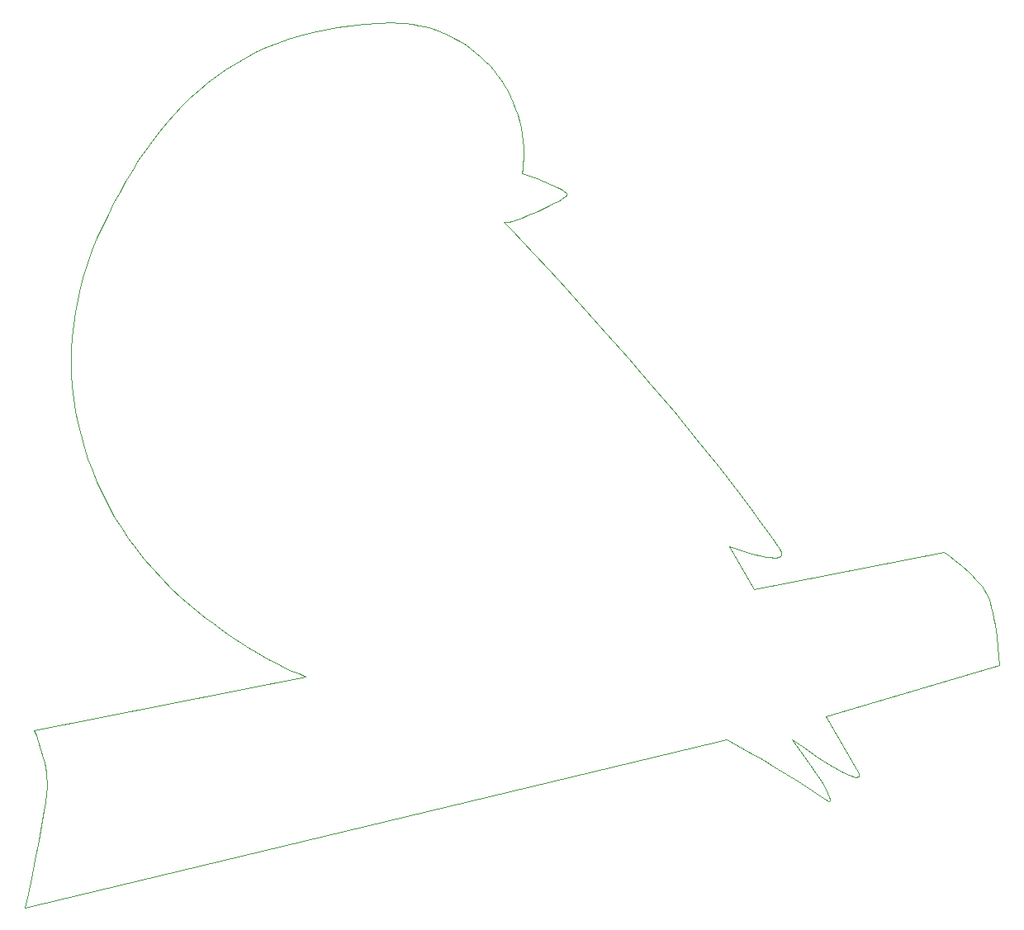
<source format=gbr>
%TF.GenerationSoftware,KiCad,Pcbnew,8.0.5*%
%TF.CreationDate,2025-02-18T12:13:13+00:00*%
%TF.ProjectId,robin,726f6269-6e2e-46b6-9963-61645f706362,v2*%
%TF.SameCoordinates,Original*%
%TF.FileFunction,Profile,NP*%
%FSLAX46Y46*%
G04 Gerber Fmt 4.6, Leading zero omitted, Abs format (unit mm)*
G04 Created by KiCad (PCBNEW 8.0.5) date 2025-02-18 12:13:13*
%MOMM*%
%LPD*%
G01*
G04 APERTURE LIST*
%TA.AperFunction,Profile*%
%ADD10C,0.100000*%
%TD*%
G04 APERTURE END LIST*
D10*
X106138050Y-133295600D02*
X106500190Y-131246400D01*
X204029900Y-110560300D02*
X204136600Y-111170800D01*
X111113420Y-74011900D02*
X111570290Y-72762600D01*
X128358000Y-113992200D02*
X127627200Y-113550200D01*
X190129200Y-126789000D02*
X190088100Y-126818300D01*
X179499800Y-103975100D02*
X178949100Y-103826700D01*
X106935360Y-127799000D02*
X106943830Y-127323300D01*
X125439300Y-112107700D02*
X124710900Y-111588300D01*
X159316300Y-66332700D02*
X159811200Y-66605000D01*
X153910300Y-69908100D02*
X153833200Y-69891900D01*
X180054600Y-104108300D02*
X179499800Y-103975100D01*
X132771100Y-116232100D02*
X132031300Y-115908200D01*
X202778100Y-107260500D02*
X203045900Y-107639500D01*
X116083800Y-103372000D02*
X115296500Y-102291800D01*
X147597800Y-50477190D02*
X148193500Y-50746550D01*
X119993900Y-58786700D02*
X120805000Y-57935100D01*
X155664500Y-64842800D02*
X156424300Y-65108200D01*
X204517800Y-114452400D02*
X204577800Y-115324700D01*
X105623500Y-121998300D02*
X105623500Y-121998300D01*
X130556100Y-51512800D02*
X131713800Y-51096660D01*
X155623000Y-69448200D02*
X155121100Y-69627900D01*
X188601900Y-126361400D02*
X187961300Y-126012000D01*
X132908100Y-50724650D02*
X134139800Y-50397540D01*
X133513000Y-116536100D02*
X132771100Y-116232100D01*
X109551650Y-86723400D02*
X109466790Y-85453900D01*
X182176000Y-103589500D02*
X182247000Y-103755000D01*
X109455440Y-82904600D02*
X109529610Y-81627500D01*
X154675200Y-69769200D02*
X154301200Y-69865100D01*
X106500190Y-131246400D02*
X106653630Y-130272200D01*
X189958900Y-126029300D02*
X190088800Y-126281700D01*
X110075480Y-77801800D02*
X110366340Y-76532800D01*
X148193500Y-50746550D02*
X148773400Y-51043590D01*
X180592000Y-104215900D02*
X180054600Y-104108300D01*
X155728200Y-64353300D02*
X155664500Y-64842800D01*
X112086780Y-96587500D02*
X111592520Y-95395000D01*
X105351491Y-137220800D02*
X105740030Y-135342100D01*
X155774300Y-63861100D02*
X155728200Y-64353300D01*
X153514800Y-55350400D02*
X153864600Y-55896100D01*
X154995600Y-58245900D02*
X155207000Y-58870800D01*
X113783460Y-67937100D02*
X114386810Y-66797500D01*
X183319700Y-122955700D02*
X184205600Y-124165100D01*
X114557200Y-101189700D02*
X113866260Y-100066900D01*
X176937500Y-103184900D02*
X179419000Y-107538700D01*
X203045900Y-107639500D02*
X203270000Y-108014500D01*
X202474600Y-106881500D02*
X202778100Y-107260500D01*
X126897200Y-113088700D02*
X126168000Y-112607900D01*
X151405500Y-52914380D02*
X151872600Y-53359740D01*
X117716000Y-61548800D02*
X118450300Y-60594300D01*
X131713800Y-51096660D02*
X132908100Y-50724650D01*
X112630710Y-97764500D02*
X112086780Y-96587500D01*
X154301200Y-69865100D02*
X154015300Y-69908400D01*
X140889100Y-49461980D02*
X142363000Y-49420180D01*
X181125900Y-102048400D02*
X182060300Y-103398500D01*
X154188500Y-56459300D02*
X154485500Y-57039300D01*
X182265600Y-104014500D02*
X182218700Y-104111200D01*
X138067800Y-49693170D02*
X139457600Y-49553230D01*
X121797300Y-109319500D02*
X121797300Y-109319500D01*
X160198600Y-67130000D02*
X160017300Y-67296700D01*
X131293500Y-115564400D02*
X130557400Y-115200800D01*
X143738000Y-49489620D02*
X144411100Y-49575160D01*
X179121900Y-99277900D02*
X180144800Y-100673300D01*
X160245200Y-67061600D02*
X160198600Y-67130000D01*
X204310300Y-112389300D02*
X204435600Y-113517700D01*
X112632480Y-70300400D02*
X113198960Y-69105000D01*
X114386810Y-66797500D02*
X115009900Y-65686800D01*
X186848000Y-120571400D02*
X189958900Y-126029300D01*
X154485500Y-57039300D02*
X154754800Y-57635100D01*
X190163300Y-126484000D02*
X190185700Y-126639100D01*
X159811200Y-66605000D02*
X159998200Y-66725700D01*
X123254500Y-110492000D02*
X121797300Y-109319500D01*
X184205600Y-124165100D02*
X185056300Y-125365300D01*
X106582160Y-124869000D02*
X106332240Y-123964600D01*
X136718800Y-49881040D02*
X138067800Y-49693170D01*
X179053100Y-124315800D02*
X177858300Y-123640300D01*
X109688840Y-87987900D02*
X109551650Y-86723400D01*
X154015300Y-69908400D02*
X153910300Y-69908100D01*
X203454500Y-108412800D02*
X203622100Y-108879600D01*
X116318500Y-63555300D02*
X117005700Y-62536100D01*
X155388300Y-59509100D02*
X155538400Y-60159800D01*
X115653500Y-64605800D02*
X116318500Y-63555300D01*
X142363000Y-49420180D02*
X142363000Y-49420180D01*
X189974600Y-126848100D02*
X189822700Y-126841500D01*
X155802200Y-63366700D02*
X155774300Y-63861100D01*
X159998200Y-66725700D02*
X160138500Y-66833800D01*
X110712210Y-75269100D02*
X111113420Y-74011900D01*
X182218700Y-104111200D02*
X182137800Y-104187400D01*
X134139800Y-50397540D02*
X135409700Y-50116080D01*
X166551000Y-83850800D02*
X168866300Y-86533000D01*
X109434610Y-84180500D02*
X109455440Y-82904600D01*
X186360900Y-127326300D02*
X186717800Y-127918900D01*
X164309200Y-81300100D02*
X166551000Y-83850800D01*
X126168000Y-112607900D02*
X125439300Y-112107700D01*
X150409500Y-52092320D02*
X150917500Y-52491620D01*
X187185100Y-129292400D02*
X187091400Y-129298300D01*
X125286600Y-54229090D02*
X126274100Y-53603620D01*
X185266500Y-128155100D02*
X183998500Y-127324700D01*
X186773100Y-129164100D02*
X186543200Y-129017400D01*
X145724000Y-49843640D02*
X146362200Y-50024890D01*
X110754370Y-92968900D02*
X110411140Y-91737800D01*
X204136600Y-111170800D02*
X204310300Y-112389300D01*
X154754800Y-57635100D02*
X154995600Y-58245900D01*
X187091400Y-129298300D02*
X186954900Y-129256700D01*
X155794200Y-62178300D02*
X155811700Y-62870500D01*
X182137800Y-104187400D02*
X182025700Y-104244500D01*
X178949100Y-103826700D02*
X177946300Y-103524500D01*
X175853400Y-95013500D02*
X176971200Y-96443500D01*
X162181200Y-78916400D02*
X164309200Y-81300100D01*
X159358600Y-67723800D02*
X158913100Y-67969800D01*
X204435600Y-113517700D02*
X204517800Y-114452400D01*
X106866590Y-126338700D02*
X106789790Y-125841800D01*
X142363000Y-49420180D02*
X142363000Y-49420180D01*
X160206800Y-76735300D02*
X162181200Y-78916400D01*
X157976300Y-65717700D02*
X158691900Y-66032000D01*
X190159500Y-126749600D02*
X190129200Y-126789000D01*
X123405300Y-55598000D02*
X124330600Y-54894100D01*
X105017798Y-138766900D02*
X105351491Y-137220800D01*
X105623500Y-121998300D02*
X133513000Y-116536100D01*
X123982700Y-111049700D02*
X123254500Y-110492000D01*
X177946300Y-103524500D02*
X176937500Y-103184900D01*
X201430500Y-105782800D02*
X201792800Y-106138700D01*
X182741200Y-126525800D02*
X181496600Y-125758300D01*
X204577800Y-115324700D02*
X186848000Y-120571400D01*
X190088800Y-126281700D02*
X190163300Y-126484000D01*
X180266600Y-125021700D02*
X179053100Y-124315800D01*
X143055100Y-49437680D02*
X143738000Y-49489620D01*
X129434100Y-51972330D02*
X130556100Y-51512800D01*
X113866260Y-100066900D02*
X113223980Y-98924700D01*
X201792800Y-106138700D02*
X202143500Y-106506200D01*
X109466790Y-85453900D02*
X109434610Y-84180500D01*
X160259700Y-67004200D02*
X160245200Y-67061600D01*
X181718500Y-104306500D02*
X181528800Y-104313900D01*
X203270000Y-108014500D02*
X203454500Y-108412800D01*
X182247000Y-103755000D02*
X182276000Y-103896200D01*
X109529610Y-81627500D02*
X109657450Y-80350400D01*
X200703300Y-105121200D02*
X201430500Y-105782800D01*
X132031300Y-115908200D02*
X131293500Y-115564400D01*
X189822700Y-126841500D02*
X189635500Y-126801500D01*
X154648300Y-70747000D02*
X156879600Y-73122900D01*
X124710900Y-111588300D02*
X123982700Y-111049700D01*
X187255100Y-129150500D02*
X187238800Y-129242000D01*
X158411600Y-68228000D02*
X157304300Y-68751700D01*
X151872600Y-53359740D02*
X152317900Y-53826860D01*
X189416500Y-126730700D02*
X189168900Y-126631900D01*
X146987000Y-50236360D02*
X147597800Y-50477190D01*
X149336600Y-51367460D02*
X149882200Y-51717320D01*
X203622100Y-108879600D02*
X203773400Y-109401700D01*
X168866300Y-86533000D02*
X171215200Y-89311200D01*
X127627200Y-113550200D02*
X126897200Y-113088700D01*
X105848280Y-122554400D02*
X105623500Y-121998300D01*
X142363000Y-49420180D02*
X143055100Y-49437680D01*
X189635500Y-126801500D02*
X189416500Y-126730700D01*
X121643300Y-57119300D02*
X122509800Y-56340000D01*
X120728900Y-108398200D02*
X119706500Y-107447300D01*
X187273900Y-125605800D02*
X186566700Y-125164700D01*
X182276000Y-103896200D02*
X182265600Y-104014500D01*
X119209300Y-59673400D02*
X119993900Y-58786700D01*
X110366340Y-76532800D02*
X110712210Y-75269100D01*
X126274100Y-53603620D02*
X127293900Y-53018500D01*
X111570290Y-72762600D02*
X112083180Y-71522400D01*
X202143500Y-106506200D02*
X202474600Y-106881500D01*
X117005700Y-62536100D02*
X117716000Y-61548800D01*
X182025700Y-104244500D02*
X181885000Y-104283800D01*
X118450300Y-60594300D02*
X119209300Y-59673400D01*
X185866600Y-124711000D02*
X184595000Y-123853400D01*
X155811700Y-62870500D02*
X155802200Y-63366700D01*
X176683900Y-122994800D02*
X104696406Y-140201700D01*
X106876880Y-128527900D02*
X106935360Y-127799000D01*
X109878050Y-89246000D02*
X109688840Y-87987900D01*
X146362200Y-50024890D02*
X146987000Y-50236360D01*
X156164800Y-69237500D02*
X155623000Y-69448200D01*
X190088100Y-126818300D02*
X189974600Y-126848100D01*
X187961300Y-126012000D02*
X187273900Y-125605800D01*
X149882200Y-51717320D02*
X150409500Y-52092320D01*
X106919420Y-126834600D02*
X106866590Y-126338700D01*
X110411140Y-91737800D02*
X110118920Y-90496400D01*
X145073300Y-49693450D02*
X145724000Y-49843640D01*
X121797300Y-109319500D02*
X120728900Y-108398200D01*
X187238800Y-129242000D02*
X187185100Y-129292400D01*
X129822900Y-114817600D02*
X129089800Y-114414700D01*
X155656700Y-60822200D02*
X155742200Y-61495300D01*
X181528800Y-104313900D02*
X181090600Y-104287900D01*
X179419000Y-107538700D02*
X198935000Y-103714800D01*
X183998500Y-127324700D02*
X182741200Y-126525800D01*
X113223980Y-98924700D02*
X112630710Y-97764500D01*
X178062400Y-97866500D02*
X179121900Y-99277900D01*
X155121100Y-69627900D02*
X154675200Y-69769200D01*
X160017300Y-67296700D02*
X159732000Y-67497000D01*
X121797300Y-109319500D02*
X121797300Y-109319500D01*
X203909100Y-109966300D02*
X204029900Y-110560300D01*
X109657450Y-80350400D02*
X109839290Y-79074800D01*
X184595000Y-123853400D02*
X183319700Y-122955700D01*
X115296500Y-102291800D02*
X114557200Y-101189700D01*
X156424300Y-65108200D02*
X157207700Y-65404800D01*
X157207700Y-65404800D02*
X157976300Y-65717700D01*
X190185700Y-126639100D02*
X190159500Y-126749600D01*
X135409700Y-50116080D02*
X136718800Y-49881040D01*
X152317900Y-53826860D02*
X152740600Y-54314900D01*
X186717800Y-127918900D02*
X187000100Y-128437800D01*
X106693490Y-125349900D02*
X106582160Y-124869000D01*
X129089800Y-114414700D02*
X128358000Y-113992200D01*
X160227200Y-66927200D02*
X160259700Y-67004200D01*
X106653630Y-130272200D02*
X106781080Y-129359200D01*
X116918800Y-104428900D02*
X116083800Y-103372000D01*
X111592520Y-95395000D02*
X111148280Y-94188400D01*
X158691900Y-66032000D02*
X159316300Y-66332700D01*
X106789790Y-125841800D02*
X106693490Y-125349900D01*
X187186300Y-128857000D02*
X187236700Y-129021000D01*
X186543200Y-129017400D02*
X185266500Y-128155100D01*
X186954900Y-129256700D02*
X186773100Y-129164100D01*
X128347000Y-52474480D02*
X129434100Y-51972330D01*
X159732000Y-67497000D02*
X159358600Y-67723800D01*
X113198960Y-69105000D02*
X113783460Y-67937100D01*
X186566700Y-125164700D02*
X185866600Y-124711000D01*
X157304300Y-68751700D02*
X156164800Y-69237500D01*
X104696406Y-140201700D02*
X105017798Y-138766900D01*
X203773400Y-109401700D02*
X203909100Y-109966300D01*
X182060300Y-103398500D02*
X182176000Y-103589500D01*
X152740600Y-54314900D02*
X153139800Y-54823000D01*
X155538400Y-60159800D02*
X155656700Y-60822200D01*
X189168900Y-126631900D02*
X188601900Y-126361400D01*
X122509800Y-56340000D02*
X123405300Y-55598000D01*
X124330600Y-54894100D02*
X125286600Y-54229090D01*
X171215200Y-89311200D02*
X173557600Y-92149900D01*
X118730500Y-106467900D02*
X117801200Y-105461300D01*
X106075710Y-123176900D02*
X105848280Y-122554400D01*
X181090600Y-104287900D02*
X180592000Y-104215900D01*
X106781080Y-129359200D02*
X106876880Y-128527900D01*
X176971200Y-96443500D02*
X178062400Y-97866500D01*
X115009900Y-65686800D02*
X115653500Y-64605800D01*
X180144800Y-100673300D02*
X181125900Y-102048400D01*
X105740030Y-135342100D02*
X106138050Y-133295600D01*
X200025900Y-104552500D02*
X200703300Y-105121200D01*
X111148280Y-94188400D02*
X110754370Y-92968900D01*
X185056300Y-125365300D02*
X185950800Y-126685800D01*
X156879600Y-73122900D02*
X158426300Y-74792300D01*
X153139800Y-54823000D02*
X153514800Y-55350400D01*
X177858300Y-123640300D02*
X176683900Y-122994800D01*
X173557600Y-92149900D02*
X175853400Y-95013500D01*
X187000100Y-128437800D02*
X187186300Y-128857000D01*
X120805000Y-57935100D02*
X121643300Y-57119300D01*
X148773400Y-51043590D02*
X149336600Y-51367460D01*
X155742200Y-61495300D02*
X155794200Y-62178300D01*
X153833200Y-69891900D02*
X154648300Y-70747000D01*
X181885000Y-104283800D02*
X181718500Y-104306500D01*
X198935000Y-103714800D02*
X199462700Y-104107900D01*
X112083180Y-71522400D02*
X112632480Y-70300400D01*
X117801200Y-105461300D02*
X116918800Y-104428900D01*
X153864600Y-55896100D02*
X154188500Y-56459300D01*
X109839290Y-79074800D02*
X110075480Y-77801800D01*
X199462700Y-104107900D02*
X200025900Y-104552500D01*
X160138500Y-66833800D02*
X160227200Y-66927200D01*
X110118920Y-90496400D02*
X109878050Y-89246000D01*
X158426300Y-74792300D02*
X160206800Y-76735300D01*
X119706500Y-107447300D02*
X118730500Y-106467900D01*
X130557400Y-115200800D02*
X129822900Y-114817600D01*
X155207000Y-58870800D02*
X155388300Y-59509100D01*
X185950800Y-126685800D02*
X186360900Y-127326300D01*
X144411100Y-49575160D02*
X145073300Y-49693450D01*
X181496600Y-125758300D02*
X180266600Y-125021700D01*
X106943830Y-127323300D02*
X106919420Y-126834600D01*
X158913100Y-67969800D02*
X158411600Y-68228000D01*
X187236700Y-129021000D02*
X187255100Y-129150500D01*
X127293900Y-53018500D02*
X128347000Y-52474480D01*
X139457600Y-49553230D02*
X140889100Y-49461980D01*
X150917500Y-52491620D02*
X151405500Y-52914380D01*
X106332240Y-123964600D02*
X106075710Y-123176900D01*
M02*

</source>
